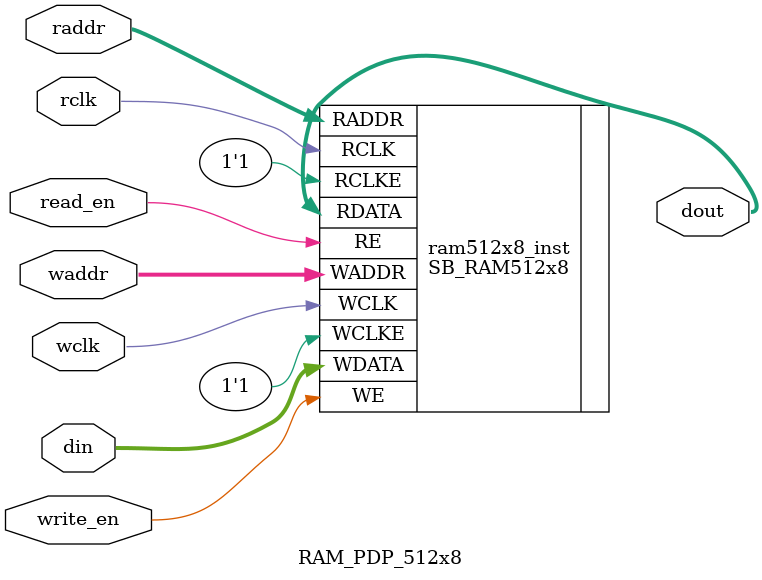
<source format=v>

`timescale 1ns/100ps

module RAM_PDP_512x8 (
    din,
    write_en,
    read_en,
    waddr, 
    wclk, 
    raddr, 
    rclk, 
    dout
); 

parameter addr_width = 9; 
parameter data_width = 8; 
    
input  [addr_width-1:0] waddr, raddr; 
input  [data_width-1:0] din; 
input  write_en, read_en, wclk, rclk; 
output [data_width-1:0] dout;

SB_RAM512x8   ram512x8_inst (
   .RDATA(dout[7:0]),
   .RADDR(raddr[8:0]),
   .RCLK(rclk),
   .RCLKE(1'b1),
   .RE(read_en),
   .WADDR(waddr[8:0]),
   .WCLK(wclk),
   .WCLKE(1'b1),
   .WDATA(din[7:0]),
   .WE(write_en)
   //.MASK(16'b0000000000000000)
);

defparam ram512x8_inst.INIT_0 = 256'h0000000000000000000000000000000000000000000000000000000000000000;
defparam ram512x8_inst.INIT_1 = 256'h0000000000000000000000000000000000000000000000000000000000000000;
defparam ram512x8_inst.INIT_2 = 256'h0000000000000000000000000000000000000000000000000000000000000000;
defparam ram512x8_inst.INIT_3 = 256'h0000000000000000000000000000000000000000000000000000000000000000;
defparam ram512x8_inst.INIT_4 = 256'h0000000000000000000000000000000000000000000000000000000000000000;
defparam ram512x8_inst.INIT_5 = 256'h0000000000000000000000000000000000000000000000000000000000000000;
defparam ram512x8_inst.INIT_6 = 256'h0000000000000000000000000000000000000000000000000000000000000000;
defparam ram512x8_inst.INIT_7 = 256'h0000000000000000000000000000000000000000000000000000000000000000;
defparam ram512x8_inst.INIT_8 = 256'h0000000000000000000000000000000000000000000000000000000000000000;
defparam ram512x8_inst.INIT_9 = 256'h0000000000000000000000000000000000000000000000000000000000000000;
defparam ram512x8_inst.INIT_A = 256'h0000000000000000000000000000000000000000000000000000000000000000;
defparam ram512x8_inst.INIT_B = 256'h0000000000000000000000000000000000000000000000000000000000000000;
defparam ram512x8_inst.INIT_C = 256'h0000000000000000000000000000000000000000000000000000000000000000;
defparam ram512x8_inst.INIT_D = 256'h0000000000000000000000000000000000000000000000000000000000000000;
defparam ram512x8_inst.INIT_E = 256'h0000000000000000000000000000000000000000000000000000000000000000;
defparam ram512x8_inst.INIT_F = 256'h0000000000000000000000000000000000000000000000000000000000000000;

endmodule

</source>
